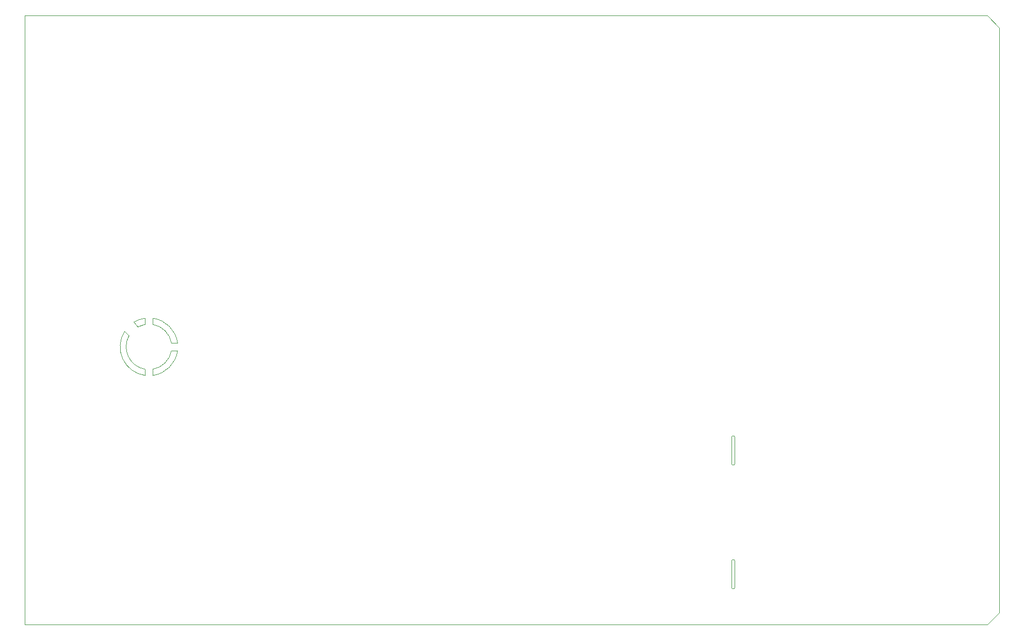
<source format=gbr>
G04 #@! TF.GenerationSoftware,KiCad,Pcbnew,5.1.5*
G04 #@! TF.CreationDate,2020-03-10T19:57:20+01:00*
G04 #@! TF.ProjectId,ETH1CDMM1,45544831-4344-44d4-9d31-2e6b69636164,rev?*
G04 #@! TF.SameCoordinates,Original*
G04 #@! TF.FileFunction,Profile,NP*
%FSLAX46Y46*%
G04 Gerber Fmt 4.6, Leading zero omitted, Abs format (unit mm)*
G04 Created by KiCad (PCBNEW 5.1.5) date 2020-03-10 19:57:20*
%MOMM*%
%LPD*%
G04 APERTURE LIST*
%ADD10C,0.050000*%
G04 APERTURE END LIST*
D10*
X186563000Y-143891000D02*
G75*
G02X186055000Y-143891000I-254000J0D01*
G01*
X186563000Y-139573000D02*
X186563000Y-143891000D01*
X186055000Y-139573000D02*
X186055000Y-143891000D01*
X186055000Y-139573000D02*
G75*
G02X186563000Y-139573000I254000J0D01*
G01*
X186055000Y-119253000D02*
G75*
G02X186563000Y-119253000I254000J0D01*
G01*
X186563000Y-123571000D02*
G75*
G02X186055000Y-123571000I-254000J0D01*
G01*
X186563000Y-119253000D02*
X186563000Y-123571000D01*
X186055000Y-119253000D02*
X186055000Y-123571000D01*
X87124199Y-102603264D02*
X86423500Y-101854000D01*
X88592763Y-101120133D02*
X87944851Y-100332048D01*
X89789000Y-100711000D02*
X89789000Y-99695000D01*
X88592763Y-101120133D02*
G75*
G02X89789000Y-100711000I1831236J-3400866D01*
G01*
X87944851Y-100332048D02*
G75*
G02X89789000Y-99695000I2479149J-4188952D01*
G01*
X91059001Y-100711001D02*
X91059000Y-99695000D01*
X94106999Y-103759000D02*
X95123000Y-103759000D01*
X94106999Y-105029001D02*
X95123000Y-105029000D01*
X91059000Y-109093000D02*
X91058999Y-108076999D01*
X89789001Y-109093000D02*
X89789000Y-108076999D01*
X89789400Y-109093000D02*
G75*
G02X86423500Y-101856950I634600J4696050D01*
G01*
X91059000Y-99695000D02*
G75*
G02X95123000Y-103759000I-635000J-4699000D01*
G01*
X95123000Y-105029000D02*
G75*
G02X91059000Y-109093000I-4699000J635000D01*
G01*
X89789000Y-108076999D02*
G75*
G02X87124199Y-102603264I637198J3695735D01*
G01*
X91059002Y-100711001D02*
G75*
G02X94107000Y-103759000I-635001J-3682998D01*
G01*
X94106999Y-105029001D02*
G75*
G02X91059000Y-108077000I-3682998J635000D01*
G01*
X230000000Y-52000000D02*
X228000000Y-50000000D01*
X228000000Y-150000000D02*
X230000000Y-148000000D01*
X70000000Y-150000000D02*
X70000000Y-50000000D01*
X228000000Y-150000000D02*
X70000000Y-150000000D01*
X230000000Y-52000000D02*
X230000000Y-148000000D01*
X70000000Y-50000000D02*
X228000000Y-50000000D01*
M02*

</source>
